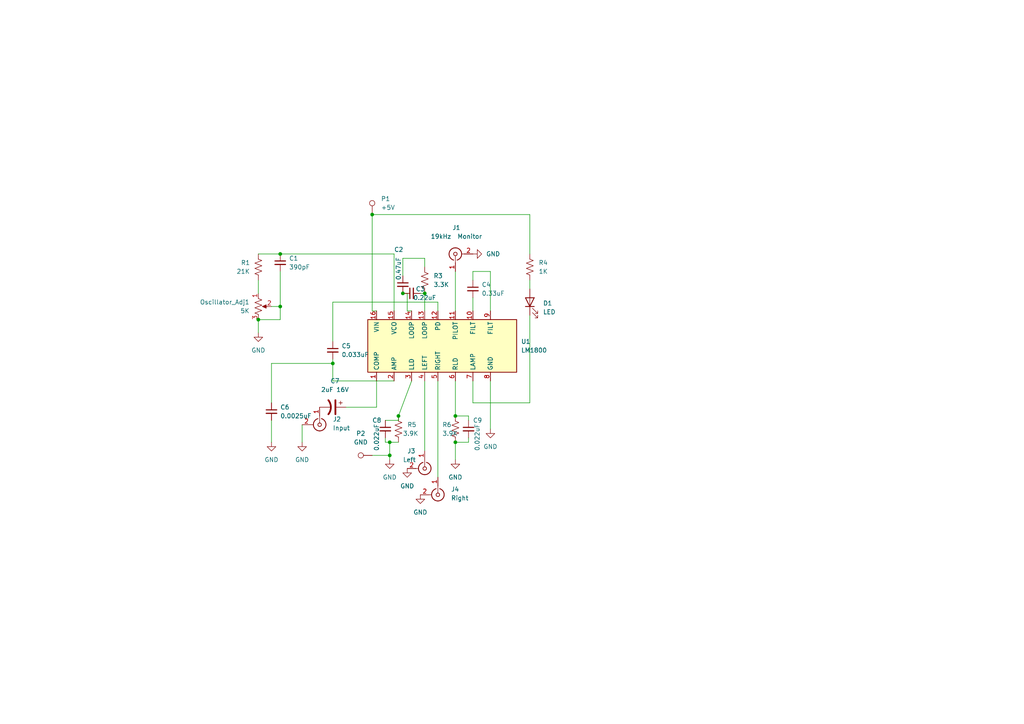
<source format=kicad_sch>
(kicad_sch (version 20211123) (generator eeschema)
  (paper "A4")
  (lib_symbols
    (symbol "Amplifier_Audio:IRS2092"
      (property "Reference" "U?" (at 0 27.94 0))
      (property "Value" "LM1800" (at 0 25.4 0))
      (symbol "IRS2092_0_1"
        (rectangle (start -7.62 -20.32) (end 7.62 22.86) (stroke (width 0.254)) (fill (type background)))
      )
      (symbol "IRS2092_1_1"
        (pin input line (at -10.16 20.32 0) (length 2.54) (name "COMP") (number "1"))
        (pin passive line (at 10.16 -7.62 180) (length 2.54) (name "FILT") (number "10"))
        (pin output line (at 10.16 -2.54 180) (length 2.54) (name "PILOT") (number "11"))
        (pin input line (at 10.16 2.54 180) (length 2.54) (name "PD") (number "12"))
        (pin passive line (at 10.16 6.35 180) (length 2.54) (name "LOOP") (number "13"))
        (pin output line (at 10.16 10.16 180) (length 2.54) (name "LOOP") (number "14"))
        (pin passive line (at 10.16 15.24 180) (length 2.54) (name "VCO") (number "15"))
        (pin power_in line (at 10.16 20.32 180) (length 2.54) (name "VIN") (number "16"))
        (pin output line (at -10.16 15.24 0) (length 2.54) (name "AMP") (number "2"))
        (pin passive line (at -10.16 10.16 0) (length 2.54) (name "LLD") (number "3"))
        (pin output line (at -10.16 6.35 0) (length 2.54) (name "LEFT") (number "4"))
        (pin output line (at -10.16 2.54 0) (length 2.54) (name "RIGHT") (number "5"))
        (pin passive line (at -10.16 -2.54 0) (length 2.54) (name "RLD") (number "6"))
        (pin output line (at -10.16 -7.62 0) (length 2.54) (name "LAMP") (number "7"))
        (pin power_out line (at -10.16 -12.7 0) (length 2.54) (name "GND") (number "8"))
        (pin passive line (at 10.16 -12.7 180) (length 2.54) (name "FILT") (number "9"))
      )
    )
    (symbol "Connector:Conn_Coaxial" (pin_names (offset 1.016) hide)
      (property "Reference" "J" (at 0.254 3.048 0))
      (property "Value" "Conn_Coaxial" (at 2.921 0 90))
      (symbol "Conn_Coaxial_0_1"
        (arc (start -1.778 -0.508) (mid 0.2311 -1.8066) (end 1.778 0) (stroke (width 0.254)))
        (polyline (pts (xy -2.54 0) (xy -0.508 0)))
        (polyline (pts (xy 0 -2.54) (xy 0 -1.778)))
        (circle (center 0 0) (radius 0.508) (stroke (width 0.2032)))
        (arc (start 1.778 0) (mid 0.2099 1.8101) (end -1.778 0.508) (stroke (width 0.254)))
      )
      (symbol "Conn_Coaxial_1_1"
        (pin passive line (at -5.08 0 0) (length 2.54) (name "In") (number "1"))
        (pin passive line (at 0 -5.08 90) (length 2.54) (name "Ext") (number "2"))
      )
    )
    (symbol "Connector:TestPoint" (pin_numbers hide) (pin_names (offset 0.762) hide)
      (property "Reference" "TP" (at 0 6.858 0))
      (property "Value" "TestPoint" (at 0 5.08 0))
      (symbol "TestPoint_0_1"
        (circle (center 0 3.302) (radius 0.762))
      )
      (symbol "TestPoint_1_1"
        (pin passive line (at 0 0 90) (length 2.54) (name "1") (number "1"))
      )
    )
    (symbol "Device:C_Polarized_US" (pin_numbers hide) (pin_names (offset 0.254) hide)
      (property "Reference" "C" (at 0.635 2.54 0))
      (property "Value" "C_Polarized_US" (at 0.635 -2.54 0))
      (symbol "C_Polarized_US_0_1"
        (polyline (pts (xy -2.032 0.762) (xy 2.032 0.762)) (stroke (width 0.508)))
        (polyline (pts (xy -1.778 2.286) (xy -0.762 2.286)))
        (polyline (pts (xy -1.27 1.778) (xy -1.27 2.794)))
        (arc (start 2.032 -1.27) (mid 0 -0.5572) (end -2.032 -1.27) (stroke (width 0.508)))
      )
      (symbol "C_Polarized_US_1_1"
        (pin passive line (at 0 3.81 270) (length 2.794) (name "~") (number "1"))
        (pin passive line (at 0 -3.81 90) (length 3.302) (name "~") (number "2"))
      )
    )
    (symbol "Device:C_Small" (pin_numbers hide) (pin_names (offset 0.254) hide)
      (property "Reference" "C" (at 0.254 1.778 0))
      (property "Value" "C_Small" (at 0.254 -2.032 0))
      (symbol "C_Small_0_1"
        (polyline (pts (xy -1.524 -0.508) (xy 1.524 -0.508)) (stroke (width 0.3302)))
        (polyline (pts (xy -1.524 0.508) (xy 1.524 0.508)) (stroke (width 0.3048)))
      )
      (symbol "C_Small_1_1"
        (pin passive line (at 0 2.54 270) (length 2.032) (name "~") (number "1"))
        (pin passive line (at 0 -2.54 90) (length 2.032) (name "~") (number "2"))
      )
    )
    (symbol "Device:LED" (pin_numbers hide) (pin_names (offset 1.016) hide)
      (property "Reference" "D" (at 0 2.54 0))
      (property "Value" "LED" (at 0 -2.54 0))
      (symbol "LED_0_1"
        (polyline (pts (xy -1.27 -1.27) (xy -1.27 1.27)) (stroke (width 0.254)))
        (polyline (pts (xy -1.27 0) (xy 1.27 0)))
        (polyline (pts (xy 1.27 -1.27) (xy 1.27 1.27) (xy -1.27 0) (xy 1.27 -1.27)) (stroke (width 0.254)))
        (polyline (pts (xy -3.048 -0.762) (xy -4.572 -2.286) (xy -3.81 -2.286) (xy -4.572 -2.286) (xy -4.572 -1.524)))
        (polyline (pts (xy -1.778 -0.762) (xy -3.302 -2.286) (xy -2.54 -2.286) (xy -3.302 -2.286) (xy -3.302 -1.524)))
      )
      (symbol "LED_1_1"
        (pin passive line (at -3.81 0 0) (length 2.54) (name "K") (number "1"))
        (pin passive line (at 3.81 0 180) (length 2.54) (name "A") (number "2"))
      )
    )
    (symbol "Device:R_Potentiometer_US" (pin_names (offset 1.016) hide)
      (property "Reference" "RV" (at -4.445 0 90))
      (property "Value" "R_Potentiometer_US" (at -2.54 0 90))
      (symbol "R_Potentiometer_US_0_1"
        (polyline (pts (xy 0 -2.286) (xy 0 -2.54)))
        (polyline (pts (xy 0 2.54) (xy 0 2.286)))
        (polyline (pts (xy 2.54 0) (xy 1.524 0)))
        (polyline (pts (xy 1.143 0) (xy 2.286 0.508) (xy 2.286 -0.508) (xy 1.143 0)) (fill (type outline)))
        (polyline (pts (xy 0 -0.762) (xy 1.016 -1.143) (xy 0 -1.524) (xy -1.016 -1.905) (xy 0 -2.286)))
        (polyline (pts (xy 0 0.762) (xy 1.016 0.381) (xy 0 0) (xy -1.016 -0.381) (xy 0 -0.762)))
        (polyline (pts (xy 0 2.286) (xy 1.016 1.905) (xy 0 1.524) (xy -1.016 1.143) (xy 0 0.762)))
      )
      (symbol "R_Potentiometer_US_1_1"
        (pin passive line (at 0 3.81 270) (length 1.27) (name "1") (number "1"))
        (pin passive line (at 3.81 0 180) (length 1.27) (name "2") (number "2"))
        (pin passive line (at 0 -3.81 90) (length 1.27) (name "3") (number "3"))
      )
    )
    (symbol "Device:R_US" (pin_numbers hide) (pin_names (offset 0))
      (property "Reference" "R" (at 2.54 0 90))
      (property "Value" "R_US" (at -2.54 0 90))
      (symbol "R_US_0_1"
        (polyline (pts (xy 0 -2.286) (xy 0 -2.54)))
        (polyline (pts (xy 0 2.286) (xy 0 2.54)))
        (polyline (pts (xy 0 -0.762) (xy 1.016 -1.143) (xy 0 -1.524) (xy -1.016 -1.905) (xy 0 -2.286)))
        (polyline (pts (xy 0 0.762) (xy 1.016 0.381) (xy 0 0) (xy -1.016 -0.381) (xy 0 -0.762)))
        (polyline (pts (xy 0 2.286) (xy 1.016 1.905) (xy 0 1.524) (xy -1.016 1.143) (xy 0 0.762)))
      )
      (symbol "R_US_1_1"
        (pin passive line (at 0 3.81 270) (length 1.27) (name "~") (number "1"))
        (pin passive line (at 0 -3.81 90) (length 1.27) (name "~") (number "2"))
      )
    )
    (symbol "power:GND" (power) (pin_names (offset 0))
      (property "Value" "GND" (at 0 -3.81 0))
      (symbol "GND_0_1"
        (polyline (pts (xy 0 0) (xy 0 -1.27) (xy 1.27 -1.27) (xy 0 -2.54) (xy -1.27 -1.27) (xy 0 -1.27)))
      )
      (symbol "GND_1_1"
        (pin power_in line (at 0 0 270) (length 0) hide (name "GND") (number "1"))
      )
    )
  )
  (junction (at 74.93 92.71))
  (junction (at 113.03 132.08))
  (junction (at 132.08 128.27))
  (junction (at 113.03 128.27))
  (junction (at 96.52 105.41))
  (junction (at 81.28 73.66))
  (junction (at 132.08 120.65))
  (junction (at 116.84 85.09))
  (junction (at 107.95 62.23))
  (junction (at 123.19 85.09))
  (junction (at 81.28 88.9))
  (junction (at 115.57 120.65))
  (wire (pts (xy 153.67 116.84) (xy 137.16 116.84)))
  (wire (pts (xy 107.95 132.08) (xy 113.03 132.08)))
  (wire (pts (xy 78.74 121.92) (xy 78.74 128.27)))
  (wire (pts (xy 81.28 88.9) (xy 81.28 78.74)))
  (wire (pts (xy 142.24 110.49) (xy 142.24 124.46)))
  (wire (pts (xy 111.76 127) (xy 111.76 128.27)))
  (wire (pts (xy 81.28 88.9) (xy 81.28 92.71)))
  (wire (pts (xy 137.16 81.28) (xy 137.16 78.74)))
  (wire (pts (xy 123.19 77.47) (xy 123.19 74.93)))
  (wire (pts (xy 137.16 116.84) (xy 137.16 110.49)))
  (wire (pts (xy 113.03 132.08) (xy 113.03 133.35)))
  (wire (pts (xy 153.67 62.23) (xy 153.67 73.66)))
  (wire (pts (xy 96.52 105.41) (xy 96.52 110.49)))
  (wire (pts (xy 135.89 128.27) (xy 135.89 127)))
  (wire (pts (xy 107.95 90.17) (xy 109.22 90.17)))
  (wire (pts (xy 118.11 90.17) (xy 119.38 90.17)))
  (wire (pts (xy 132.08 120.65) (xy 135.89 120.65)))
  (wire (pts (xy 123.19 74.93) (xy 116.84 74.93)))
  (wire (pts (xy 74.93 81.28) (xy 74.93 85.09)))
  (wire (pts (xy 116.84 74.93) (xy 116.84 80.01)))
  (wire (pts (xy 127 90.17) (xy 127 87.63)))
  (wire (pts (xy 78.74 88.9) (xy 81.28 88.9)))
  (wire (pts (xy 114.3 90.17) (xy 114.3 73.66)))
  (wire (pts (xy 123.19 85.09) (xy 121.92 85.09)))
  (wire (pts (xy 153.67 81.28) (xy 153.67 83.82)))
  (wire (pts (xy 78.74 105.41) (xy 96.52 105.41)))
  (wire (pts (xy 100.33 118.11) (xy 109.22 118.11)))
  (wire (pts (xy 96.52 110.49) (xy 114.3 110.49)))
  (wire (pts (xy 132.08 128.27) (xy 132.08 133.35)))
  (wire (pts (xy 123.19 110.49) (xy 123.19 130.81)))
  (wire (pts (xy 87.63 123.19) (xy 87.63 128.27)))
  (wire (pts (xy 132.08 128.27) (xy 135.89 128.27)))
  (wire (pts (xy 74.93 73.66) (xy 81.28 73.66)))
  (wire (pts (xy 111.76 121.92) (xy 115.57 121.92)))
  (wire (pts (xy 81.28 92.71) (xy 74.93 92.71)))
  (wire (pts (xy 119.38 110.49) (xy 115.57 120.65)))
  (wire (pts (xy 135.89 120.65) (xy 135.89 121.92)))
  (wire (pts (xy 113.03 128.27) (xy 115.57 128.27)))
  (wire (pts (xy 81.28 73.66) (xy 114.3 73.66)))
  (wire (pts (xy 118.11 90.17) (xy 118.11 85.09)))
  (wire (pts (xy 107.95 62.23) (xy 107.95 90.17)))
  (wire (pts (xy 107.95 62.23) (xy 153.67 62.23)))
  (wire (pts (xy 127 110.49) (xy 127 138.43)))
  (wire (pts (xy 96.52 87.63) (xy 96.52 99.06)))
  (wire (pts (xy 118.11 85.09) (xy 116.84 85.09)))
  (wire (pts (xy 111.76 128.27) (xy 113.03 128.27)))
  (wire (pts (xy 123.19 90.17) (xy 123.19 85.09)))
  (wire (pts (xy 74.93 92.71) (xy 74.93 96.52)))
  (wire (pts (xy 132.08 110.49) (xy 132.08 120.65)))
  (wire (pts (xy 115.57 121.92) (xy 115.57 120.65)))
  (wire (pts (xy 127 87.63) (xy 96.52 87.63)))
  (wire (pts (xy 109.22 110.49) (xy 109.22 118.11)))
  (wire (pts (xy 113.03 128.27) (xy 113.03 132.08)))
  (wire (pts (xy 153.67 91.44) (xy 153.67 116.84)))
  (wire (pts (xy 78.74 105.41) (xy 78.74 116.84)))
  (wire (pts (xy 137.16 86.36) (xy 137.16 90.17)))
  (wire (pts (xy 142.24 78.74) (xy 142.24 90.17)))
  (wire (pts (xy 96.52 104.14) (xy 96.52 105.41)))
  (wire (pts (xy 137.16 78.74) (xy 142.24 78.74)))
  (wire (pts (xy 132.08 78.74) (xy 132.08 90.17)))
  (symbol (lib_id "Device:R_US") (at 153.67 77.47 0) (unit 1)
    (property "Reference" "R4" (at 156.21 76.1999 0) (effects (justify left)))
    (property "Value" "1K" (at 156.21 78.7399 0) (effects (justify left)))
    (property "Footprint" "Resistor_THT:R_Axial_DIN0207_L6.3mm_D2.5mm_P10.16mm_Horizontal" (effects hide))
  )
  (symbol (lib_id "Device:C_Small") (at 96.52 101.6 0) (unit 1)
    (property "Reference" "C5" (at 99.06 100.3362 0) (effects (justify left)))
    (property "Value" "0.033uF" (at 99.06 102.8762 0) (effects (justify left)))
    (property "Footprint" "Capacitor_THT:C_Disc_D5.1mm_W3.2mm_P5.00mm" (effects hide))
  )
  (symbol (lib_id "Connector:Conn_Coaxial") (at 92.71 123.19 270) (unit 1)
    (property "Reference" "J2" (at 96.52 121.6024 90) (effects (justify left)))
    (property "Value" "Input" (at 96.52 124.1424 90) (effects (justify left)))
    (property "Footprint" "Connector_Wire:SolderWire-0.127sqmm_1x02_P3.7mm_D0.48mm_OD1mm" (effects hide))
    (property "Datasheet" " ~" (effects hide))
  )
  (symbol (lib_id "Device:C_Small") (at 135.89 124.46 0) (unit 1)
    (property "Reference" "C9" (at 137.16 121.92 0) (effects (justify left)))
    (property "Value" "0.022uF" (at 138.43 130.81 90) (effects (justify left)))
    (property "Footprint" "Capacitor_THT:C_Disc_D5.1mm_W3.2mm_P5.00mm" (effects hide))
  )
  (symbol (lib_id "Device:C_Small") (at 119.38 85.09 90) (unit 1)
    (property "Reference" "C3" (at 121.92 83.82 90))
    (property "Value" "0.22uF" (at 123.19 86.36 90))
    (property "Footprint" "Capacitor_THT:C_Disc_D5.1mm_W3.2mm_P5.00mm" (effects hide))
  )
  (symbol (lib_id "Device:R_US") (at 74.93 77.47 0) (unit 1)
    (property "Reference" "R1" (at 69.85 76.2 0) (effects (justify left)))
    (property "Value" "21K" (at 68.58 78.74 0) (effects (justify left)))
    (property "Footprint" "Resistor_THT:R_Axial_DIN0207_L6.3mm_D2.5mm_P10.16mm_Horizontal" (effects hide))
  )
  (symbol (lib_id "Device:R_US") (at 132.08 124.46 0) (unit 1)
    (property "Reference" "R6" (at 128.27 123.19 0) (effects (justify left)))
    (property "Value" "3.9K" (at 128.27 125.73 0) (effects (justify left)))
    (property "Footprint" "Resistor_THT:R_Axial_DIN0207_L6.3mm_D2.5mm_P10.16mm_Horizontal" (effects hide))
  )
  (symbol (lib_id "Device:R_US") (at 115.57 124.46 0) (unit 1)
    (property "Reference" "R5" (at 118.11 123.19 0) (effects (justify left)))
    (property "Value" "3.9K" (at 116.84 125.73 0) (effects (justify left)))
    (property "Footprint" "Resistor_THT:R_Axial_DIN0207_L6.3mm_D2.5mm_P10.16mm_Horizontal" (effects hide))
  )
  (symbol (lib_id "Device:C_Small") (at 116.84 82.55 0) (unit 1)
    (property "Reference" "C2" (at 114.3 72.39 0) (effects (justify left)))
    (property "Value" "0.47uF" (at 115.57 81.28 90) (effects (justify left)))
    (property "Footprint" "Capacitor_THT:C_Disc_D5.1mm_W3.2mm_P5.00mm" (effects hide))
  )
  (symbol (lib_id "Device:R_US") (at 123.19 81.28 0) (unit 1)
    (property "Reference" "R3" (at 125.73 80.0099 0) (effects (justify left)))
    (property "Value" "3.3K" (at 125.73 82.5499 0) (effects (justify left)))
    (property "Footprint" "Resistor_THT:R_Axial_DIN0207_L6.3mm_D2.5mm_P10.16mm_Horizontal" (effects hide))
  )
  (symbol (lib_id "power:GND") (at 87.63 128.27 0) (unit 1)
    (property "Reference" "#PWR0105" (effects hide))
    (property "Value" "GND" (at 87.63 133.35 0))
  )
  (symbol (lib_id "power:GND") (at 132.08 133.35 0) (unit 1)
    (property "Reference" "#PWR0104" (effects hide))
    (property "Value" "GND" (at 132.08 138.43 0))
  )
  (symbol (lib_id "Device:C_Small") (at 137.16 83.82 0) (unit 1)
    (property "Reference" "C4" (at 139.7 82.5562 0) (effects (justify left)))
    (property "Value" "0.33uF" (at 139.7 85.0962 0) (effects (justify left)))
    (property "Footprint" "Capacitor_THT:C_Disc_D5.1mm_W3.2mm_P5.00mm" (effects hide))
  )
  (symbol (lib_id "Device:C_Small") (at 111.76 124.46 0) (unit 1)
    (property "Reference" "C8" (at 107.95 121.92 0) (effects (justify left)))
    (property "Value" "0.022uF" (at 109.22 130.81 90) (effects (justify left)))
    (property "Footprint" "Capacitor_THT:C_Disc_D5.1mm_W3.2mm_P5.00mm" (effects hide))
  )
  (symbol (lib_id "Device:R_Potentiometer_US") (at 74.93 88.9 0) (unit 1)
    (property "Reference" "Oscillator_Adj1" (at 72.39 87.6299 0) (effects (justify right)))
    (property "Value" "5K" (at 72.39 90.1699 0) (effects (justify right)))
    (property "Footprint" "Potentiometer_THT:Potentiometer_Piher_PT-15-V15_Vertical" (effects hide))
  )
  (symbol (lib_id "Amplifier_Audio:IRS2092") (at 129.54 100.33 90) (unit 1)
    (property "Reference" "U1" (at 151.13 99.0599 90) (effects (justify right)))
    (property "Value" "LM1800" (at 151.13 101.5999 90) (effects (justify right)))
    (property "Footprint" "Package_DIP:DIP-16_W7.62mm" (effects hide))
    (property "Datasheet" "http://www.infineon.com/dgdl/irs2092.pdf?fileId=5546d462533600a401535675f1be2790" (effects hide))
  )
  (symbol (lib_id "Connector:TestPoint") (at 107.95 62.23 0) (unit 1)
    (property "Reference" "P1" (at 110.49 57.6579 0) (effects (justify left)))
    (property "Value" "+5V" (at 110.49 60.1979 0) (effects (justify left)))
    (property "Footprint" "TestPoint:TestPoint_THTPad_D3.0mm_Drill1.5mm" (effects hide))
  )
  (symbol (lib_id "Device:C_Polarized_US") (at 96.52 118.11 270) (unit 1)
    (property "Reference" "C7" (at 97.155 110.49 90))
    (property "Value" "2uF 16V" (at 97.155 113.03 90))
    (property "Footprint" "Capacitor_THT:C_Radial_D5.0mm_H11.0mm_P2.00mm" (effects hide))
  )
  (symbol (lib_id "power:GND") (at 74.93 96.52 0) (unit 1)
    (property "Reference" "#PWR0107" (effects hide))
    (property "Value" "GND" (at 74.93 101.6 0))
  )
  (symbol (lib_id "Connector:Conn_Coaxial") (at 123.19 135.89 270) (unit 1)
    (property "Reference" "J3" (at 118.11 130.81 90) (effects (justify left)))
    (property "Value" "Left" (at 116.84 133.35 90) (effects (justify left)))
    (property "Footprint" "Connector_Wire:SolderWire-0.127sqmm_1x02_P3.7mm_D0.48mm_OD1mm" (effects hide))
    (property "Datasheet" " ~" (effects hide))
  )
  (symbol (lib_id "power:GND") (at 78.74 128.27 0) (unit 1)
    (property "Reference" "#PWR0106" (effects hide))
    (property "Value" "GND" (at 78.74 133.35 0))
  )
  (symbol (lib_id "power:GND") (at 121.92 143.51 0) (unit 1)
    (property "Reference" "#PWR0109" (effects hide))
    (property "Value" "GND" (at 121.92 148.59 0))
  )
  (symbol (lib_id "Device:C_Small") (at 78.74 119.38 0) (unit 1)
    (property "Reference" "C6" (at 81.28 118.1162 0) (effects (justify left)))
    (property "Value" "0.0025uF" (at 81.28 120.6562 0) (effects (justify left)))
    (property "Footprint" "Capacitor_THT:C_Disc_D5.1mm_W3.2mm_P5.00mm" (effects hide))
  )
  (symbol (lib_id "Connector:TestPoint") (at 107.95 132.08 90) (unit 1)
    (property "Reference" "P2" (at 104.648 125.73 90))
    (property "Value" "GND" (at 104.648 128.27 90))
    (property "Footprint" "TestPoint:TestPoint_THTPad_D3.0mm_Drill1.5mm" (effects hide))
  )
  (symbol (lib_id "power:GND") (at 118.11 135.89 0) (unit 1)
    (property "Reference" "#PWR0108" (effects hide))
    (property "Value" "GND" (at 118.11 140.97 0))
  )
  (symbol (lib_id "Device:LED") (at 153.67 87.63 90) (unit 1)
    (property "Reference" "D1" (at 157.48 87.9474 90) (effects (justify right)))
    (property "Value" "LED" (at 157.48 90.4874 90) (effects (justify right)))
    (property "Footprint" "LED_THT:LED_D3.0mm" (effects hide))
  )
  (symbol (lib_id "power:GND") (at 113.03 133.35 0) (unit 1)
    (property "Reference" "#PWR0103" (effects hide))
    (property "Value" "GND" (at 113.03 138.43 0))
  )
  (symbol (lib_id "power:GND") (at 137.16 73.66 90) (unit 1)
    (property "Reference" "#PWR0101" (effects hide))
    (property "Value" "GND" (at 140.97 73.6599 90) (effects (justify right)))
  )
  (symbol (lib_id "power:GND") (at 142.24 124.46 0) (unit 1)
    (property "Reference" "#PWR0102" (effects hide))
    (property "Value" "GND" (at 142.24 129.54 0))
  )
  (symbol (lib_id "Connector:Conn_Coaxial") (at 127 143.51 270) (unit 1)
    (property "Reference" "J4" (at 130.81 141.9224 90) (effects (justify left)))
    (property "Value" "Right" (at 130.81 144.4624 90) (effects (justify left)))
    (property "Footprint" "Connector_Wire:SolderWire-0.127sqmm_1x02_P3.7mm_D0.48mm_OD1mm" (effects hide))
    (property "Datasheet" " ~" (effects hide))
  )
  (symbol (lib_id "Connector:Conn_Coaxial") (at 132.08 73.66 90) (unit 1)
    (property "Reference" "J1" (at 132.3732 66.04 90))
    (property "Value" "19kHz  Monitor" (at 132.3732 68.58 90))
    (property "Footprint" "Connector_Wire:SolderWire-0.127sqmm_1x02_P3.7mm_D0.48mm_OD1mm" (effects hide))
    (property "Datasheet" " ~" (effects hide))
  )
  (symbol (lib_id "Device:C_Small") (at 81.28 76.2 0) (unit 1)
    (property "Reference" "C1" (at 83.82 74.9362 0) (effects (justify left)))
    (property "Value" "390pF" (at 83.82 77.4762 0) (effects (justify left)))
    (property "Footprint" "Capacitor_THT:C_Disc_D5.1mm_W3.2mm_P5.00mm" (effects hide))
  )
)
</source>
